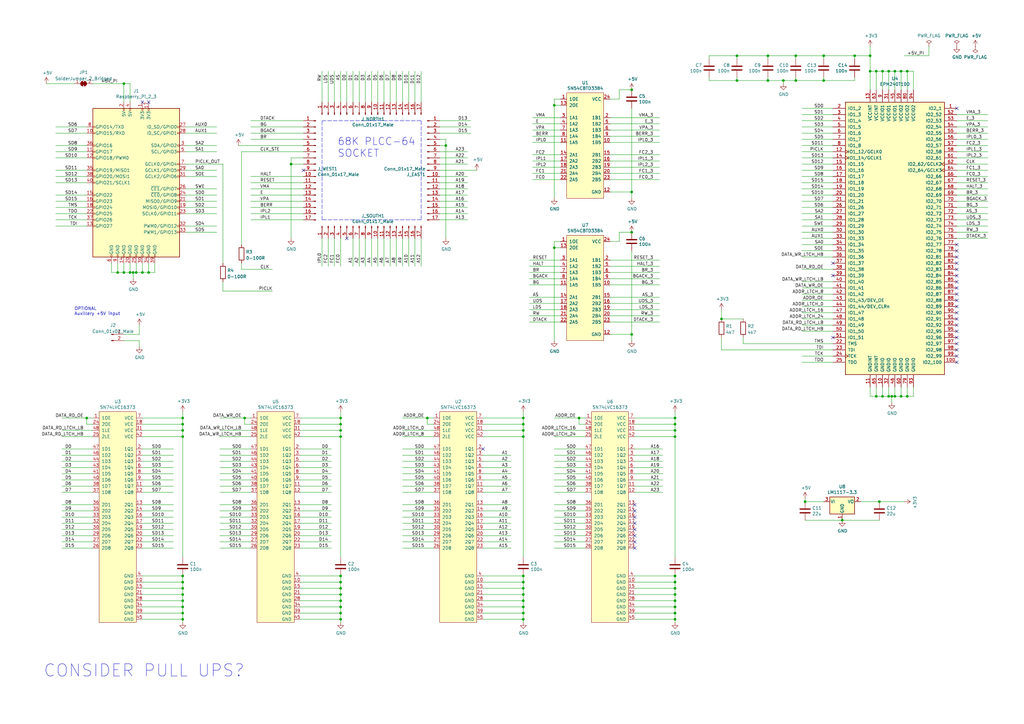
<source format=kicad_sch>
(kicad_sch (version 20211123) (generator eeschema)
  (paper "A3")
  (title_block (date "2023-08-09"))
  (junction (at 74.93 246.38))
  (junction (at 74.93 241.3))
  (junction (at 369.57 29.21))
  (junction (at 302.26 33.02))
  (junction (at 50.8 34.29))
  (junction (at 214.63 248.92))
  (junction (at 175.26 171.45))
  (junction (at 330.2 205.74))
  (junction (at 139.7 173.99))
  (junction (at 74.93 173.99))
  (junction (at 74.93 238.76))
  (junction (at 276.86 251.46))
  (junction (at 276.86 173.99))
  (junction (at 60.96 111.76))
  (junction (at 54.61 111.76))
  (junction (at 369.57 162.56))
  (junction (at 276.86 243.84))
  (junction (at 276.86 171.45))
  (junction (at 364.49 29.21))
  (junction (at 276.86 241.3))
  (junction (at 74.93 236.22))
  (junction (at 74.93 176.53))
  (junction (at 276.86 176.53))
  (junction (at 259.08 137.16))
  (junction (at 356.87 22.86))
  (junction (at 321.31 33.02))
  (junction (at 359.41 29.21))
  (junction (at 214.63 179.07))
  (junction (at 276.86 254))
  (junction (at 139.7 243.84))
  (junction (at 259.08 36.83))
  (junction (at 53.34 111.76))
  (junction (at 314.96 33.02))
  (junction (at 48.26 111.76))
  (junction (at 276.86 179.07))
  (junction (at 337.82 33.02))
  (junction (at 139.7 238.76))
  (junction (at 367.03 29.21))
  (junction (at 139.7 246.38))
  (junction (at 139.7 248.92))
  (junction (at 361.95 162.56))
  (junction (at 337.82 22.86))
  (junction (at 139.7 241.3))
  (junction (at 259.08 95.25))
  (junction (at 359.41 162.56))
  (junction (at 74.93 179.07))
  (junction (at 372.11 162.56))
  (junction (at 35.56 171.45))
  (junction (at 139.7 176.53))
  (junction (at 367.03 162.56))
  (junction (at 237.49 171.45))
  (junction (at 365.76 162.56))
  (junction (at 182.88 59.69))
  (junction (at 214.63 254))
  (junction (at 214.63 176.53))
  (junction (at 214.63 236.22))
  (junction (at 295.91 130.81))
  (junction (at 74.93 248.92))
  (junction (at 326.39 33.02))
  (junction (at 372.11 29.21))
  (junction (at 139.7 236.22))
  (junction (at 350.52 22.86))
  (junction (at 214.63 171.45))
  (junction (at 214.63 173.99))
  (junction (at 55.88 111.76))
  (junction (at 214.63 246.38))
  (junction (at 139.7 171.45))
  (junction (at 119.38 67.31))
  (junction (at 360.68 205.74))
  (junction (at 74.93 243.84))
  (junction (at 214.63 243.84))
  (junction (at 345.44 213.36))
  (junction (at 214.63 238.76))
  (junction (at 214.63 241.3))
  (junction (at 259.08 78.74))
  (junction (at 227.33 101.6))
  (junction (at 276.86 246.38))
  (junction (at 139.7 179.07))
  (junction (at 276.86 236.22))
  (junction (at 139.7 251.46))
  (junction (at 214.63 251.46))
  (junction (at 364.49 162.56))
  (junction (at 326.39 22.86))
  (junction (at 276.86 248.92))
  (junction (at 302.26 22.86))
  (junction (at 74.93 171.45))
  (junction (at 74.93 254))
  (junction (at 356.87 29.21))
  (junction (at 58.42 111.76))
  (junction (at 50.8 111.76))
  (junction (at 100.33 171.45))
  (junction (at 74.93 251.46))
  (junction (at 139.7 254))
  (junction (at 276.86 238.76))
  (junction (at 227.33 43.18))
  (junction (at 361.95 29.21))
  (junction (at 314.96 22.86))
  (no_connect (at 392.43 110.49))
  (no_connect (at 392.43 130.81))
  (no_connect (at 260.35 222.25))
  (no_connect (at 260.35 207.01))
  (no_connect (at 341.63 107.95))
  (no_connect (at 392.43 107.95))
  (no_connect (at 260.35 217.17))
  (no_connect (at 392.43 115.57))
  (no_connect (at 392.43 105.41))
  (no_connect (at 341.63 113.03))
  (no_connect (at 392.43 133.35))
  (no_connect (at 392.43 125.73))
  (no_connect (at 392.43 113.03))
  (no_connect (at 392.43 146.05))
  (no_connect (at 260.35 214.63))
  (no_connect (at 392.43 128.27))
  (no_connect (at 392.43 102.87))
  (no_connect (at 60.96 41.91))
  (no_connect (at 392.43 143.51))
  (no_connect (at 392.43 135.89))
  (no_connect (at 260.35 219.71))
  (no_connect (at 198.12 184.15))
  (no_connect (at 392.43 118.11))
  (no_connect (at 392.43 148.59))
  (no_connect (at 392.43 100.33))
  (no_connect (at 392.43 120.65))
  (no_connect (at 392.43 123.19))
  (no_connect (at 341.63 138.43))
  (no_connect (at 392.43 44.45))
  (no_connect (at 392.43 140.97))
  (no_connect (at 392.43 138.43))
  (no_connect (at 124.46 69.85))
  (no_connect (at 142.24 97.79))
  (no_connect (at 58.42 41.91))
  (no_connect (at 260.35 224.79))
  (no_connect (at 260.35 209.55))
  (no_connect (at 260.35 212.09))
  (wire (pts (xy 123.19 238.76) (xy 139.7 238.76)))
  (wire (pts (xy 139.7 238.76) (xy 139.7 241.3)))
  (wire (pts (xy 137.16 97.79) (xy 137.16 109.22)))
  (wire (pts (xy 177.8 186.69) (xy 165.1 186.69)))
  (wire (pts (xy 328.93 110.49) (xy 341.63 110.49)))
  (wire (pts (xy 218.44 58.42) (xy 229.87 58.42)))
  (wire (pts (xy 227.33 201.93) (xy 240.03 201.93)))
  (wire (pts (xy 198.12 238.76) (xy 214.63 238.76)))
  (wire (pts (xy 328.93 64.77) (xy 341.63 64.77)))
  (wire (pts (xy 100.33 173.99) (xy 102.87 173.99)))
  (wire (pts (xy 341.63 46.99) (xy 328.93 46.99)))
  (wire (pts (xy 214.63 236.22) (xy 214.63 238.76)))
  (wire (pts (xy 165.1 212.09) (xy 177.8 212.09)))
  (wire (pts (xy 214.63 228.6) (xy 214.63 179.07)))
  (wire (pts (xy 341.63 123.19) (xy 328.93 123.19)))
  (wire (pts (xy 237.49 173.99) (xy 240.03 173.99)))
  (wire (pts (xy 124.46 82.55) (xy 102.87 82.55)))
  (wire (pts (xy 250.19 127) (xy 270.51 127)))
  (wire (pts (xy 119.38 67.31) (xy 119.38 97.79)))
  (wire (pts (xy 254 95.25) (xy 259.08 95.25)))
  (wire (pts (xy 229.87 40.64) (xy 227.33 40.64)))
  (wire (pts (xy 124.46 87.63) (xy 102.87 87.63)))
  (wire (pts (xy 71.12 201.93) (xy 58.42 201.93)))
  (wire (pts (xy 25.4 199.39) (xy 38.1 199.39)))
  (wire (pts (xy 198.12 236.22) (xy 214.63 236.22)))
  (wire (pts (xy 191.77 82.55) (xy 180.34 82.55)))
  (wire (pts (xy 74.93 241.3) (xy 74.93 243.84)))
  (wire (pts (xy 229.87 101.6) (xy 227.33 101.6)))
  (wire (pts (xy 229.87 116.84) (xy 217.17 116.84)))
  (wire (pts (xy 405.13 97.79) (xy 392.43 97.79)))
  (wire (pts (xy 229.87 55.88) (xy 218.44 55.88)))
  (wire (pts (xy 276.86 236.22) (xy 276.86 238.76)))
  (wire (pts (xy 240.03 194.31) (xy 227.33 194.31)))
  (wire (pts (xy 58.42 246.38) (xy 74.93 246.38)))
  (wire (pts (xy 392.43 85.09) (xy 405.13 85.09)))
  (wire (pts (xy 74.93 246.38) (xy 74.93 248.92)))
  (wire (pts (xy 53.34 34.29) (xy 50.8 34.29)))
  (wire (pts (xy 314.96 22.86) (xy 314.96 24.13)))
  (wire (pts (xy 102.87 196.85) (xy 90.17 196.85)))
  (wire (pts (xy 198.12 246.38) (xy 214.63 246.38)))
  (wire (pts (xy 328.93 74.93) (xy 341.63 74.93)))
  (wire (pts (xy 276.86 238.76) (xy 276.86 241.3)))
  (wire (pts (xy 405.13 57.15) (xy 392.43 57.15)))
  (wire (pts (xy 60.96 107.95) (xy 60.96 111.76)))
  (wire (pts (xy 227.33 207.01) (xy 240.03 207.01)))
  (wire (pts (xy 214.63 241.3) (xy 214.63 243.84)))
  (wire (pts (xy 139.7 171.45) (xy 139.7 173.99)))
  (wire (pts (xy 328.93 77.47) (xy 341.63 77.47)))
  (wire (pts (xy 260.35 238.76) (xy 276.86 238.76)))
  (polyline (pts (xy 172.72 90.17) (xy 132.08 90.17)))
  (wire (pts (xy 302.26 33.02) (xy 290.83 33.02)))
  (wire (pts (xy 53.34 107.95) (xy 53.34 111.76)))
  (wire (pts (xy 374.65 162.56) (xy 374.65 158.75)))
  (wire (pts (xy 229.87 53.34) (xy 218.44 53.34)))
  (wire (pts (xy 361.95 158.75) (xy 361.95 162.56)))
  (wire (pts (xy 124.46 72.39) (xy 102.87 72.39)))
  (wire (pts (xy 227.33 222.25) (xy 240.03 222.25)))
  (wire (pts (xy 135.89 184.15) (xy 123.19 184.15)))
  (wire (pts (xy 90.17 222.25) (xy 102.87 222.25)))
  (wire (pts (xy 341.63 44.45) (xy 328.93 44.45)))
  (wire (pts (xy 144.78 29.21) (xy 144.78 41.91)))
  (wire (pts (xy 123.19 251.46) (xy 139.7 251.46)))
  (wire (pts (xy 74.93 173.99) (xy 74.93 176.53)))
  (wire (pts (xy 326.39 22.86) (xy 314.96 22.86)))
  (wire (pts (xy 135.89 191.77) (xy 123.19 191.77)))
  (wire (pts (xy 58.42 179.07) (xy 74.93 179.07)))
  (wire (pts (xy 135.89 219.71) (xy 123.19 219.71)))
  (wire (pts (xy 250.19 73.66) (xy 270.51 73.66)))
  (wire (pts (xy 341.63 52.07) (xy 328.93 52.07)))
  (wire (pts (xy 134.62 29.21) (xy 134.62 41.91)))
  (wire (pts (xy 99.06 110.49) (xy 111.76 110.49)))
  (wire (pts (xy 25.4 209.55) (xy 38.1 209.55)))
  (wire (pts (xy 124.46 90.17) (xy 102.87 90.17)))
  (wire (pts (xy 341.63 102.87) (xy 328.93 102.87)))
  (wire (pts (xy 74.93 171.45) (xy 74.93 173.99)))
  (wire (pts (xy 337.82 22.86) (xy 326.39 22.86)))
  (wire (pts (xy 198.12 248.92) (xy 214.63 248.92)))
  (wire (pts (xy 123.19 248.92) (xy 139.7 248.92)))
  (wire (pts (xy 240.03 179.07) (xy 227.33 179.07)))
  (wire (pts (xy 250.19 78.74) (xy 259.08 78.74)))
  (wire (pts (xy 214.63 248.92) (xy 214.63 251.46)))
  (wire (pts (xy 48.26 107.95) (xy 48.26 111.76)))
  (wire (pts (xy 124.46 54.61) (xy 102.87 54.61)))
  (wire (pts (xy 302.26 31.75) (xy 302.26 33.02)))
  (wire (pts (xy 139.7 173.99) (xy 139.7 176.53)))
  (wire (pts (xy 250.19 106.68) (xy 270.51 106.68)))
  (wire (pts (xy 341.63 128.27) (xy 328.93 128.27)))
  (wire (pts (xy 22.86 90.17) (xy 35.56 90.17)))
  (wire (pts (xy 250.19 40.64) (xy 254 40.64)))
  (wire (pts (xy 392.43 67.31) (xy 405.13 67.31)))
  (wire (pts (xy 214.63 168.91) (xy 214.63 171.45)))
  (wire (pts (xy 132.08 97.79) (xy 132.08 109.22)))
  (wire (pts (xy 167.64 109.22) (xy 167.64 97.79)))
  (wire (pts (xy 374.65 36.83) (xy 374.65 29.21)))
  (wire (pts (xy 58.42 194.31) (xy 71.12 194.31)))
  (wire (pts (xy 71.12 222.25) (xy 58.42 222.25)))
  (wire (pts (xy 364.49 36.83) (xy 364.49 29.21)))
  (wire (pts (xy 35.56 173.99) (xy 38.1 173.99)))
  (wire (pts (xy 214.63 176.53) (xy 198.12 176.53)))
  (wire (pts (xy 177.8 191.77) (xy 165.1 191.77)))
  (wire (pts (xy 160.02 29.21) (xy 160.02 41.91)))
  (wire (pts (xy 364.49 29.21) (xy 361.95 29.21)))
  (wire (pts (xy 22.86 72.39) (xy 35.56 72.39)))
  (wire (pts (xy 139.7 176.53) (xy 139.7 179.07)))
  (wire (pts (xy 250.19 53.34) (xy 270.51 53.34)))
  (wire (pts (xy 74.93 254) (xy 74.93 255.27)))
  (wire (pts (xy 162.56 109.22) (xy 162.56 97.79)))
  (wire (pts (xy 90.17 207.01) (xy 102.87 207.01)))
  (wire (pts (xy 250.19 58.42) (xy 270.51 58.42)))
  (wire (pts (xy 147.32 29.21) (xy 147.32 41.91)))
  (wire (pts (xy 74.93 176.53) (xy 74.93 179.07)))
  (wire (pts (xy 392.43 64.77) (xy 405.13 64.77)))
  (polyline (pts (xy 132.08 90.17) (xy 132.08 49.53)))
  (wire (pts (xy 124.46 64.77) (xy 119.38 64.77)))
  (wire (pts (xy 359.41 162.56) (xy 361.95 162.56)))
  (wire (pts (xy 302.26 24.13) (xy 302.26 22.86)))
  (wire (pts (xy 157.48 29.21) (xy 157.48 41.91)))
  (wire (pts (xy 276.86 246.38) (xy 276.86 248.92)))
  (wire (pts (xy 177.8 176.53) (xy 165.1 176.53)))
  (wire (pts (xy 290.83 22.86) (xy 290.83 24.13)))
  (wire (pts (xy 57.15 133.35) (xy 57.15 137.16)))
  (wire (pts (xy 321.31 33.02) (xy 321.31 34.29)))
  (wire (pts (xy 119.38 64.77) (xy 119.38 67.31)))
  (wire (pts (xy 154.94 29.21) (xy 154.94 41.91)))
  (wire (pts (xy 209.55 222.25) (xy 198.12 222.25)))
  (wire (pts (xy 209.55 209.55) (xy 198.12 209.55)))
  (wire (pts (xy 124.46 49.53) (xy 102.87 49.53)))
  (wire (pts (xy 19.05 34.29) (xy 30.48 34.29)))
  (wire (pts (xy 180.34 69.85) (xy 195.58 69.85)))
  (wire (pts (xy 227.33 99.06) (xy 227.33 101.6)))
  (wire (pts (xy 392.43 72.39) (xy 405.13 72.39)))
  (wire (pts (xy 25.4 171.45) (xy 35.56 171.45)))
  (wire (pts (xy 170.18 29.21) (xy 170.18 41.91)))
  (wire (pts (xy 276.86 241.3) (xy 276.86 243.84)))
  (wire (pts (xy 259.08 102.87) (xy 259.08 137.16)))
  (wire (pts (xy 209.55 194.31) (xy 198.12 194.31)))
  (wire (pts (xy 135.89 222.25) (xy 123.19 222.25)))
  (wire (pts (xy 142.24 29.21) (xy 142.24 41.91)))
  (wire (pts (xy 76.2 77.47) (xy 88.9 77.47)))
  (wire (pts (xy 97.79 59.69) (xy 124.46 59.69)))
  (wire (pts (xy 135.89 207.01) (xy 123.19 207.01)))
  (wire (pts (xy 139.7 176.53) (xy 123.19 176.53)))
  (wire (pts (xy 74.93 236.22) (xy 74.93 238.76)))
  (wire (pts (xy 290.83 33.02) (xy 290.83 31.75)))
  (wire (pts (xy 175.26 173.99) (xy 177.8 173.99)))
  (wire (pts (xy 295.91 130.81) (xy 304.8 130.81)))
  (wire (pts (xy 152.4 109.22) (xy 152.4 97.79)))
  (wire (pts (xy 76.2 67.31) (xy 91.44 67.31)))
  (wire (pts (xy 71.12 219.71) (xy 58.42 219.71)))
  (wire (pts (xy 160.02 109.22) (xy 160.02 97.79)))
  (wire (pts (xy 71.12 217.17) (xy 58.42 217.17)))
  (wire (pts (xy 341.63 54.61) (xy 328.93 54.61)))
  (wire (pts (xy 337.82 22.86) (xy 337.82 24.13)))
  (wire (pts (xy 372.11 29.21) (xy 369.57 29.21)))
  (wire (pts (xy 276.86 228.6) (xy 276.86 179.07)))
  (wire (pts (xy 229.87 43.18) (xy 227.33 43.18)))
  (wire (pts (xy 271.78 186.69) (xy 260.35 186.69)))
  (wire (pts (xy 157.48 109.22) (xy 157.48 97.79)))
  (wire (pts (xy 364.49 162.56) (xy 365.76 162.56)))
  (wire (pts (xy 76.2 95.25) (xy 88.9 95.25)))
  (wire (pts (xy 76.2 80.01) (xy 88.9 80.01)))
  (wire (pts (xy 76.2 69.85) (xy 88.9 69.85)))
  (wire (pts (xy 374.65 29.21) (xy 372.11 29.21)))
  (wire (pts (xy 260.35 173.99) (xy 276.86 173.99)))
  (wire (pts (xy 260.35 243.84) (xy 276.86 243.84)))
  (wire (pts (xy 25.4 191.77) (xy 38.1 191.77)))
  (wire (pts (xy 58.42 186.69) (xy 71.12 186.69)))
  (wire (pts (xy 250.19 71.12) (xy 270.51 71.12)))
  (wire (pts (xy 240.03 186.69) (xy 227.33 186.69)))
  (wire (pts (xy 330.2 205.74) (xy 337.82 205.74)))
  (wire (pts (xy 369.57 162.56) (xy 372.11 162.56)))
  (wire (pts (xy 227.33 209.55) (xy 240.03 209.55)))
  (wire (pts (xy 123.19 246.38) (xy 139.7 246.38)))
  (wire (pts (xy 25.4 186.69) (xy 38.1 186.69)))
  (wire (pts (xy 90.17 214.63) (xy 102.87 214.63)))
  (wire (pts (xy 350.52 22.86) (xy 350.52 24.13)))
  (wire (pts (xy 198.12 173.99) (xy 214.63 173.99)))
  (wire (pts (xy 330.2 213.36) (xy 345.44 213.36)))
  (wire (pts (xy 276.86 251.46) (xy 276.86 254)))
  (wire (pts (xy 361.95 162.56) (xy 364.49 162.56)))
  (wire (pts (xy 229.87 73.66) (xy 218.44 73.66)))
  (wire (pts (xy 102.87 176.53) (xy 90.17 176.53)))
  (wire (pts (xy 240.03 189.23) (xy 227.33 189.23)))
  (wire (pts (xy 217.17 124.46) (xy 229.87 124.46)))
  (wire (pts (xy 326.39 33.02) (xy 321.31 33.02)))
  (wire (pts (xy 22.86 64.77) (xy 35.56 64.77)))
  (wire (pts (xy 353.06 205.74) (xy 360.68 205.74)))
  (wire (pts (xy 250.19 48.26) (xy 270.51 48.26)))
  (wire (pts (xy 405.13 87.63) (xy 392.43 87.63)))
  (wire (pts (xy 367.03 158.75) (xy 367.03 162.56)))
  (wire (pts (xy 193.04 49.53) (xy 180.34 49.53)))
  (polyline (pts (xy 172.72 49.53) (xy 172.72 90.17)))
  (wire (pts (xy 55.88 111.76) (xy 58.42 111.76)))
  (wire (pts (xy 154.94 109.22) (xy 154.94 97.79)))
  (wire (pts (xy 139.7 243.84) (xy 139.7 246.38)))
  (wire (pts (xy 25.4 217.17) (xy 38.1 217.17)))
  (wire (pts (xy 392.43 59.69) (xy 405.13 59.69)))
  (wire (pts (xy 240.03 171.45) (xy 237.49 171.45)))
  (wire (pts (xy 341.63 100.33) (xy 328.93 100.33)))
  (wire (pts (xy 90.17 201.93) (xy 102.87 201.93)))
  (wire (pts (xy 191.77 74.93) (xy 180.34 74.93)))
  (wire (pts (xy 271.78 194.31) (xy 260.35 194.31)))
  (wire (pts (xy 356.87 162.56) (xy 359.41 162.56)))
  (wire (pts (xy 135.89 212.09) (xy 123.19 212.09)))
  (wire (pts (xy 102.87 186.69) (xy 90.17 186.69)))
  (wire (pts (xy 198.12 179.07) (xy 214.63 179.07)))
  (wire (pts (xy 177.8 196.85) (xy 165.1 196.85)))
  (wire (pts (xy 372.11 36.83) (xy 372.11 29.21)))
  (wire (pts (xy 132.08 29.21) (xy 132.08 41.91)))
  (wire (pts (xy 191.77 64.77) (xy 180.34 64.77)))
  (wire (pts (xy 144.78 109.22) (xy 144.78 97.79)))
  (wire (pts (xy 124.46 77.47) (xy 102.87 77.47)))
  (wire (pts (xy 191.77 90.17) (xy 180.34 90.17)))
  (wire (pts (xy 135.89 217.17) (xy 123.19 217.17)))
  (wire (pts (xy 25.4 194.31) (xy 38.1 194.31)))
  (wire (pts (xy 250.19 68.58) (xy 270.51 68.58)))
  (wire (pts (xy 405.13 95.25) (xy 392.43 95.25)))
  (wire (pts (xy 227.33 214.63) (xy 240.03 214.63)))
  (wire (pts (xy 123.19 236.22) (xy 139.7 236.22)))
  (wire (pts (xy 135.89 196.85) (xy 123.19 196.85)))
  (wire (pts (xy 22.86 87.63) (xy 35.56 87.63)))
  (wire (pts (xy 58.42 254) (xy 74.93 254)))
  (wire (pts (xy 250.19 137.16) (xy 259.08 137.16)))
  (wire (pts (xy 25.4 201.93) (xy 38.1 201.93)))
  (wire (pts (xy 209.55 189.23) (xy 198.12 189.23)))
  (wire (pts (xy 367.03 162.56) (xy 369.57 162.56)))
  (wire (pts (xy 341.63 92.71) (xy 328.93 92.71)))
  (wire (pts (xy 227.33 219.71) (xy 240.03 219.71)))
  (wire (pts (xy 214.63 251.46) (xy 214.63 254)))
  (wire (pts (xy 276.86 173.99) (xy 276.86 176.53)))
  (wire (pts (xy 271.78 199.39) (xy 260.35 199.39)))
  (wire (pts (xy 314.96 33.02) (xy 302.26 33.02)))
  (wire (pts (xy 152.4 29.21) (xy 152.4 41.91)))
  (wire (pts (xy 227.33 43.18) (xy 227.33 81.28)))
  (wire (pts (xy 369.57 29.21) (xy 367.03 29.21)))
  (wire (pts (xy 229.87 50.8) (xy 218.44 50.8)))
  (wire (pts (xy 356.87 158.75) (xy 356.87 162.56)))
  (wire (pts (xy 250.19 66.04) (xy 270.51 66.04)))
  (wire (pts (xy 229.87 109.22) (xy 217.17 109.22)))
  (wire (pts (xy 214.63 243.84) (xy 214.63 246.38)))
  (wire (pts (xy 250.19 99.06) (xy 254 99.06)))
  (wire (pts (xy 209.55 191.77) (xy 198.12 191.77)))
  (wire (pts (xy 364.49 158.75) (xy 364.49 162.56)))
  (wire (pts (xy 177.8 194.31) (xy 165.1 194.31)))
  (wire (pts (xy 135.89 209.55) (xy 123.19 209.55)))
  (wire (pts (xy 405.13 90.17) (xy 392.43 90.17)))
  (wire (pts (xy 177.8 179.07) (xy 165.1 179.07)))
  (wire (pts (xy 326.39 33.02) (xy 337.82 33.02)))
  (wire (pts (xy 260.35 254) (xy 276.86 254)))
  (wire (pts (xy 172.72 109.22) (xy 172.72 97.79)))
  (wire (pts (xy 71.12 224.79) (xy 58.42 224.79)))
  (wire (pts (xy 356.87 22.86) (xy 356.87 29.21)))
  (wire (pts (xy 165.1 171.45) (xy 175.26 171.45)))
  (wire (pts (xy 227.33 212.09) (xy 240.03 212.09)))
  (wire (pts (xy 99.06 62.23) (xy 124.46 62.23)))
  (wire (pts (xy 328.93 67.31) (xy 341.63 67.31)))
  (wire (pts (xy 250.19 50.8) (xy 270.51 50.8)))
  (wire (pts (xy 341.63 120.65) (xy 328.93 120.65)))
  (wire (pts (xy 214.63 173.99) (xy 214.63 176.53)))
  (wire (pts (xy 139.7 168.91) (xy 139.7 171.45)))
  (wire (pts (xy 214.63 171.45) (xy 214.63 173.99)))
  (wire (pts (xy 359.41 36.83) (xy 359.41 29.21)))
  (wire (pts (xy 328.93 105.41) (xy 341.63 105.41)))
  (wire (pts (xy 76.2 62.23) (xy 88.9 62.23)))
  (wire (pts (xy 341.63 95.25) (xy 328.93 95.25)))
  (wire (pts (xy 209.55 199.39) (xy 198.12 199.39)))
  (wire (pts (xy 191.77 80.01) (xy 180.34 80.01)))
  (wire (pts (xy 139.7 228.6) (xy 139.7 179.07)))
  (wire (pts (xy 74.93 168.91) (xy 74.93 171.45)))
  (wire (pts (xy 167.64 29.21) (xy 167.64 41.91)))
  (wire (pts (xy 392.43 74.93) (xy 405.13 74.93)))
  (wire (pts (xy 260.35 179.07) (xy 276.86 179.07)))
  (wire (pts (xy 74.93 238.76) (xy 74.93 241.3)))
  (wire (pts (xy 124.46 80.01) (xy 102.87 80.01)))
  (wire (pts (xy 76.2 87.63) (xy 88.9 87.63)))
  (wire (pts (xy 214.63 238.76) (xy 214.63 241.3)))
  (wire (pts (xy 135.89 214.63) (xy 123.19 214.63)))
  (wire (pts (xy 58.42 111.76) (xy 60.96 111.76)))
  (wire (pts (xy 74.93 228.6) (xy 74.93 179.07)))
  (wire (pts (xy 58.42 238.76) (xy 74.93 238.76)))
  (wire (pts (xy 209.55 224.79) (xy 198.12 224.79)))
  (wire (pts (xy 123.19 243.84) (xy 139.7 243.84)))
  (wire (pts (xy 57.15 139.7) (xy 57.15 142.24)))
  (wire (pts (xy 254 36.83) (xy 259.08 36.83)))
  (wire (pts (xy 227.33 40.64) (xy 227.33 43.18)))
  (wire (pts (xy 25.4 224.79) (xy 38.1 224.79)))
  (wire (pts (xy 276.86 171.45) (xy 276.86 173.99)))
  (wire (pts (xy 209.55 186.69) (xy 198.12 186.69)))
  (wire (pts (xy 124.46 57.15) (xy 102.87 57.15)))
  (wire (pts (xy 229.87 68.58) (xy 218.44 68.58)))
  (wire (pts (xy 55.88 107.95) (xy 55.88 111.76)))
  (wire (pts (xy 124.46 74.93) (xy 102.87 74.93)))
  (wire (pts (xy 341.63 135.89) (xy 328.93 135.89)))
  (wire (pts (xy 392.43 80.01) (xy 405.13 80.01)))
  (wire (pts (xy 58.42 173.99) (xy 74.93 173.99)))
  (wire (pts (xy 76.2 92.71) (xy 88.9 92.71)))
  (wire (pts (xy 45.72 107.95) (xy 45.72 111.76)))
  (wire (pts (xy 135.89 199.39) (xy 123.19 199.39)))
  (wire (pts (xy 25.4 207.01) (xy 38.1 207.01)))
  (wire (pts (xy 139.7 97.79) (xy 139.7 109.22)))
  (wire (pts (xy 229.87 66.04) (xy 218.44 66.04)))
  (wire (pts (xy 295.91 138.43) (xy 295.91 143.51)))
  (wire (pts (xy 361.95 29.21) (xy 359.41 29.21)))
  (wire (pts (xy 341.63 57.15) (xy 328.93 57.15)))
  (wire (pts (xy 170.18 109.22) (xy 170.18 97.79)))
  (wire (pts (xy 229.87 111.76) (xy 217.17 111.76)))
  (wire (pts (xy 260.35 236.22) (xy 276.86 236.22)))
  (wire (pts (xy 217.17 127) (xy 229.87 127)))
  (wire (pts (xy 22.86 54.61) (xy 35.56 54.61)))
  (wire (pts (xy 76.2 85.09) (xy 88.9 85.09)))
  (wire (pts (xy 175.26 171.45) (xy 175.26 173.99)))
  (wire (pts (xy 227.33 171.45) (xy 237.49 171.45)))
  (wire (pts (xy 191.77 87.63) (xy 180.34 87.63)))
  (wire (pts (xy 76.2 54.61) (xy 88.9 54.61)))
  (wire (pts (xy 209.55 201.93) (xy 198.12 201.93)))
  (wire (pts (xy 345.44 213.36) (xy 360.68 213.36)))
  (wire (pts (xy 165.1 199.39) (xy 177.8 199.39)))
  (wire (pts (xy 328.93 72.39) (xy 341.63 72.39)))
  (wire (pts (xy 302.26 22.86) (xy 290.83 22.86)))
  (wire (pts (xy 365.76 165.1) (xy 365.76 162.56)))
  (wire (pts (xy 381 19.05) (xy 381 22.86)))
  (wire (pts (xy 48.26 111.76) (xy 50.8 111.76)))
  (wire (pts (xy 25.4 212.09) (xy 38.1 212.09)))
  (wire (pts (xy 227.33 199.39) (xy 240.03 199.39)))
  (wire (pts (xy 341.63 118.11) (xy 328.93 118.11)))
  (wire (pts (xy 356.87 22.86) (xy 350.52 22.86)))
  (wire (pts (xy 22.86 82.55) (xy 35.56 82.55)))
  (wire (pts (xy 227.33 101.6) (xy 227.33 139.7)))
  (wire (pts (xy 177.8 171.45) (xy 175.26 171.45)))
  (wire (pts (xy 405.13 92.71) (xy 392.43 92.71)))
  (wire (pts (xy 240.03 176.53) (xy 227.33 176.53)))
  (wire (pts (xy 304.8 140.97) (xy 341.63 140.97)))
  (wire (pts (xy 191.77 77.47) (xy 180.34 77.47)))
  (wire (pts (xy 341.63 90.17) (xy 328.93 90.17)))
  (wire (pts (xy 405.13 52.07) (xy 392.43 52.07)))
  (wire (pts (xy 304.8 138.43) (xy 304.8 140.97)))
  (wire (pts (xy 123.19 254) (xy 139.7 254)))
  (wire (pts (xy 58.42 184.15) (xy 71.12 184.15)))
  (wire (pts (xy 250.19 121.92) (xy 270.51 121.92)))
  (wire (pts (xy 330.2 205.74) (xy 330.2 204.47)))
  (wire (pts (xy 356.87 19.05) (xy 356.87 22.86)))
  (wire (pts (xy 25.4 189.23) (xy 38.1 189.23)))
  (wire (pts (xy 191.77 67.31) (xy 180.34 67.31)))
  (wire (pts (xy 198.12 241.3) (xy 214.63 241.3)))
  (wire (pts (xy 350.52 22.86) (xy 337.82 22.86)))
  (wire (pts (xy 172.72 29.21) (xy 172.72 41.91)))
  (wire (pts (xy 276.86 254) (xy 276.86 255.27)))
  (wire (pts (xy 295.91 127) (xy 295.91 130.81)))
  (wire (pts (xy 276.86 176.53) (xy 260.35 176.53)))
  (wire (pts (xy 369.57 36.83) (xy 369.57 29.21)))
  (wire (pts (xy 372.11 158.75) (xy 372.11 162.56)))
  (wire (pts (xy 359.41 29.21) (xy 356.87 29.21)))
  (wire (pts (xy 135.89 186.69) (xy 123.19 186.69)))
  (wire (pts (xy 229.87 71.12) (xy 218.44 71.12)))
  (wire (pts (xy 102.87 189.23) (xy 90.17 189.23)))
  (wire (pts (xy 214.63 176.53) (xy 214.63 179.07)))
  (wire (pts (xy 137.16 29.21) (xy 137.16 41.91)))
  (wire (pts (xy 229.87 106.68) (xy 217.17 106.68)))
  (wire (pts (xy 360.68 205.74) (xy 370.84 205.74)))
  (wire (pts (xy 260.35 171.45) (xy 276.86 171.45)))
  (wire (pts (xy 60.96 111.76) (xy 63.5 111.76)))
  (wire (pts (xy 123.19 179.07) (xy 139.7 179.07)))
  (wire (pts (xy 341.63 97.79) (xy 328.93 97.79)))
  (wire (pts (xy 38.1 179.07) (xy 25.4 179.07)))
  (wire (pts (xy 102.87 194.31) (xy 90.17 194.31)))
  (wire (pts (xy 135.89 194.31) (xy 123.19 194.31)))
  (wire (pts (xy 90.17 212.09) (xy 102.87 212.09)))
  (wire (pts (xy 209.55 212.09) (xy 198.12 212.09)))
  (wire (pts (xy 58.42 171.45) (xy 74.93 171.45)))
  (wire (pts (xy 58.42 196.85) (xy 71.12 196.85)))
  (wire (pts (xy 53.34 111.76) (xy 54.61 111.76)))
  (wire (pts (xy 240.03 191.77) (xy 227.33 191.77)))
  (wire (pts (xy 22.86 74.93) (xy 35.56 74.93)))
  (wire (pts (xy 193.04 54.61) (xy 180.34 54.61)))
  (wire (pts (xy 356.87 36.83) (xy 356.87 29.21)))
  (wire (pts (xy 341.63 49.53) (xy 328.93 49.53)))
  (wire (pts (xy 369.57 158.75) (xy 369.57 162.56)))
  (wire (pts (xy 90.17 171.45) (xy 100.33 171.45)))
  (wire (pts (xy 22.86 69.85) (xy 35.56 69.85)))
  (wire (pts (xy 341.63 87.63) (xy 328.93 87.63)))
  (wire (pts (xy 359.41 158.75) (xy 359.41 162.56)))
  (wire (pts (xy 25.4 214.63) (xy 38.1 214.63)))
  (wire (pts (xy 91.44 115.57) (xy 91.44 119.38)))
  (wire (pts (xy 193.04 52.07) (xy 180.34 52.07)))
  (wire (pts (xy 198.12 171.45) (xy 214.63 171.45)))
  (wire (pts (xy 58.42 248.92) (xy 74.93 248.92)))
  (wire (pts (xy 50.8 111.76) (xy 53.34 111.76)))
  (wire (pts (xy 326.39 22.86) (xy 326.39 24.13)))
  (wire (pts (xy 76.2 72.39) (xy 88.9 72.39)))
  (wire (pts (xy 250.19 132.08) (xy 270.51 132.08)))
  (wire (pts (xy 74.93 176.53) (xy 58.42 176.53)))
  (wire (pts (xy 58.42 107.95) (xy 58.42 111.76)))
  (wire (pts (xy 271.78 196.85) (xy 260.35 196.85)))
  (wire (pts (xy 392.43 77.47) (xy 405.13 77.47)))
  (wire (pts (xy 102.87 184.15) (xy 90.17 184.15)))
  (wire (pts (xy 227.33 224.79) (xy 240.03 224.79)))
  (wire (pts (xy 328.93 69.85) (xy 341.63 69.85)))
  (wire (pts (xy 328.93 148.59) (xy 341.63 148.59)))
  (wire (pts (xy 22.86 80.01) (xy 35.56 80.01)))
  (wire (pts (xy 372.11 162.56) (xy 374.65 162.56)))
  (wire (pts (xy 90.17 224.79) (xy 102.87 224.79)))
  (wire (pts (xy 91.44 67.31) (xy 91.44 107.95)))
  (wire (pts (xy 54.61 114.3) (xy 54.61 111.76)))
  (wire (pts (xy 91.44 119.38) (xy 111.76 119.38)))
  (wire (pts (xy 25.4 196.85) (xy 38.1 196.85)))
  (wire (pts (xy 271.78 184.15) (xy 260.35 184.15)))
  (wire (pts (xy 71.12 209.55) (xy 58.42 209.55)))
  (wire (pts (xy 139.7 254) (xy 139.7 255.27)))
  (wire (pts (xy 328.93 80.01) (xy 341.63 80.01)))
  (wire (pts (xy 337.82 31.75) (xy 337.82 33.02)))
  (wire (pts (xy 165.1 201.93) (xy 177.8 201.93)))
  (wire (pts (xy 229.87 48.26) (xy 218.44 48.26)))
  (wire (pts (xy 102.87 179.07) (xy 90.17 179.07)))
  (wire (pts (xy 74.93 248.92) (xy 74.93 251.46)))
  (wire (pts (xy 139.7 248.92) (xy 139.7 251.46)))
  (wire (pts (xy 22.86 92.71) (xy 35.56 92.71)))
  (wire (pts (xy 165.1 217.17) (xy 177.8 217.17)))
  (polyline (pts (xy 132.08 49.53) (xy 172.72 49.53)))
  (wire (pts (xy 217.17 121.92) (xy 229.87 121.92)))
  (wire (pts (xy 295.91 143.51) (xy 341.63 143.51)))
  (wire (pts (xy 405.13 49.53) (xy 392.43 49.53)))
  (wire (pts (xy 209.55 219.71) (xy 198.12 219.71)))
  (wire (pts (xy 123.19 173.99) (xy 139.7 173.99)))
  (wire (pts (xy 260.35 241.3) (xy 276.86 241.3)))
  (wire (pts (xy 102.87 191.77) (xy 90.17 191.77)))
  (wire (pts (xy 367.03 29.21) (xy 364.49 29.21)))
  (wire (pts (xy 76.2 52.07) (xy 88.9 52.07)))
  (wire (pts (xy 254 99.06) (xy 254 95.25)))
  (wire (pts (xy 350.52 33.02) (xy 337.82 33.02)))
  (wire (pts (xy 90.17 209.55) (xy 102.87 209.55)))
  (wire (pts (xy 250.19 129.54) (xy 270.51 129.54)))
  (wire (pts (xy 250.19 109.22) (xy 270.51 109.22)))
  (wire (pts (xy 71.12 214.63) (xy 58.42 214.63)))
  (wire (pts (xy 392.43 69.85) (xy 405.13 69.85)))
  (wire (pts (xy 124.46 85.09) (xy 102.87 85.09)))
  (wire (pts (xy 341.63 62.23) (xy 328.93 62.23)))
  (wire (pts (xy 214.63 246.38) (xy 214.63 248.92)))
  (wire (pts (xy 58.42 241.3) (xy 74.93 241.3)))
  (wire (pts (xy 135.89 224.79) (xy 123.19 224.79)))
  (wire (pts (xy 229.87 114.3) (xy 217.17 114.3)))
  (wire (pts (xy 58.42 191.77) (xy 71.12 191.77)))
  (wire (pts (xy 217.17 129.54) (xy 229.87 129.54)))
  (wire (pts (xy 180.34 57.15) (xy 182.88 57.15)))
  (wire (pts (xy 124.46 67.31) (xy 119.38 67.31)))
  (wire (pts (xy 328.93 146.05) (xy 341.63 146.05)))
  (wire (pts (xy 276.86 243.84) (xy 276.86 246.38)))
  (wire (pts (xy 271.78 201.93) (xy 260.35 201.93)))
  (wire (pts (xy 58.42 243.84) (xy 74.93 243.84)))
  (wire (pts (xy 38.1 176.53) (xy 25.4 176.53)))
  (wire (pts (xy 63.5 111.76) (xy 63.5 107.95)))
  (wire (pts (xy 259.08 78.74) (xy 259.08 81.28)))
  (wire (pts (xy 25.4 184.15) (xy 38.1 184.15)))
  (wire (pts (xy 139.7 236.22) (xy 139.7 238.76)))
  (wire (pts (xy 165.1 109.22) (xy 165.1 97.79)))
  (wire (pts (xy 198.12 254) (xy 214.63 254)))
  (wire (pts (xy 165.1 222.25) (xy 177.8 222.25)))
  (wire (pts (xy 271.78 191.77) (xy 260.35 191.77)))
  (wire (pts (xy 102.87 171.45) (xy 100.33 171.45)))
  (wire (pts (xy 227.33 217.17) (xy 240.03 217.17)))
  (wire (pts (xy 341.63 133.35) (xy 328.93 133.35)))
  (wire (pts (xy 123.19 171.45) (xy 139.7 171.45)))
  (wire (pts (xy 180.34 59.69) (xy 182.88 59.69)))
  (wire (pts (xy 405.13 54.61) (xy 392.43 54.61)))
  (wire (pts (xy 71.12 207.01) (xy 58.42 207.01)))
  (wire (pts (xy 191.77 85.09) (xy 180.34 85.09)))
  (wire (pts (xy 135.89 201.93) (xy 123.19 201.93)))
  (wire (pts (xy 191.77 62.23) (xy 180.34 62.23)))
  (wire (pts (xy 214.63 254) (xy 214.63 255.27)))
  (wire (pts (xy 321.31 33.02) (xy 314.96 33.02)))
  (wire (pts (xy 99.06 107.95) (xy 99.06 110.49)))
  (wire (pts (xy 198.12 251.46) (xy 214.63 251.46)))
  (wire (pts (xy 314.96 22.86) (xy 302.26 22.86)))
  (wire (pts (xy 165.1 224.79) (xy 177.8 224.79)))
  (wire (pts (xy 50.8 139.7) (xy 57.15 139.7)))
  (wire (pts (xy 124.46 52.07) (xy 102.87 52.07)))
  (wire (pts (xy 367.03 36.83) (xy 367.03 29.21)))
  (wire (pts (xy 139.7 246.38) (xy 139.7 248.92)))
  (wire (pts (xy 250.19 116.84) (xy 270.51 116.84)))
  (wire (pts (xy 90.17 217.17) (xy 102.87 217.17)))
  (wire (pts (xy 314.96 33.02) (xy 314.96 31.75)))
  (wire (pts (xy 182.88 57.15) (xy 182.88 59.69)))
  (wire (pts (xy 165.1 219.71) (xy 177.8 219.71)))
  (wire (pts (xy 350.52 31.75) (xy 350.52 33.02)))
  (wire (pts (xy 341.63 125.73) (xy 328.93 125.73)))
  (wire (pts (xy 361.95 36.83) (xy 361.95 29.21)))
  (wire (pts (xy 209.55 214.63) (xy 198.12 214.63)))
  (wire (pts (xy 22.86 85.09) (xy 35.56 85.09)))
  (wire (pts (xy 162.56 29.21) (xy 162.56 41.91)))
  (wire (pts (xy 165.1 29.21) (xy 165.1 41.91)))
  (wire (pts (xy 71.12 212.09) (xy 58.42 212.09)))
  (wire (pts (xy 50.8 41.91) (xy 50.8 34.29)))
  (wire (pts (xy 135.89 189.23) (xy 123.19 189.23)))
  (wire (pts (xy 209.55 207.01) (xy 198.12 207.01)))
  (wire (pts (xy 250.19 63.5) (xy 270.51 63.5)))
  (wire (pts (xy 209.55 196.85) (xy 198.12 196.85)))
  (wire (pts (xy 38.1 34.29) (xy 50.8 34.29)))
  (wire (pts (xy 165.1 209.55) (xy 177.8 209.55)))
  (wire (pts (xy 341.63 130.81) (xy 328.93 130.81)))
  (wire (pts (xy 74.93 251.46) (xy 74.93 254)))
  (wire (pts (xy 71.12 199.39) (xy 58.42 199.39)))
  (wire (pts (xy 229.87 99.06) (xy 227.33 99.06)))
  (wire (pts (xy 22.86 52.07) (xy 35.56 52.07)))
  (wire (pts (xy 139.7 251.46) (xy 139.7 254)))
  (wire (pts (xy 123.19 241.3) (xy 139.7 241.3)))
  (wire (pts (xy 149.86 29.21) (xy 149.86 41.91)))
  (wire (pts (xy 45.72 111.76) (xy 48.26 111.76)))
  (wire (pts (xy 22.86 62.23) (xy 35.56 62.23)))
  (wire (pts (xy 240.03 184.15) (xy 227.33 184.15)))
  (wire (pts (xy 58.42 251.46) (xy 74.93 251.46)))
  (wire (pts (xy 250.19 114.3) (xy 270.51 114.3)))
  (wire (pts (xy 328.93 59.69) (xy 341.63 59.69)))
  (wire (pts (xy 90.17 219.71) (xy 102.87 219.71)))
  (wire (pts (xy 54.61 111.76) (xy 55.88 111.76)))
  (wire (pts (xy 58.42 189.23) (xy 71.12 189.23)))
  (wire (pts (xy 229.87 63.5) (xy 218.44 63.5)))
  (wire (pts (xy 328.93 82.55) (xy 341.63 82.55)))
  (wire (pts (xy 326.39 31.75) (xy 326.39 33.02)))
  (wire (pts (xy 191.77 72.39) (xy 180.34 72.39)))
  (wire (pts (xy 22.86 59.69) (xy 35.56 59.69)))
  (wire (pts (xy 276.86 248.92) (xy 276.86 251.46)))
  (wire (pts (xy 271.78 189.23) (xy 260.35 189.23)))
  (wire (pts (xy 392.43 82.55) (xy 405.13 82.55)))
  (wire (pts (xy 250.19 111.76) (xy 270.51 111.76)))
  (wire (pts (xy 76.2 59.69) (xy 88.9 59.69)))
  (wire (pts (xy 149.86 109.22) (xy 149.86 97.79)))
  (wire (pts (xy 90.17 199.39) (xy 102.87 199.39)))
  (wire (pts (xy 139.7 29.21) (xy 139.7 41.91)))
  (wire (pts (xy 237.49 171.45) (xy 237.49 173.99)))
  (wire (pts (xy 240.03 196.85) (xy 227.33 196.85)))
  (wire (pts (xy 198.12 243.84) (xy 214.63 243.84)))
  (wire (pts (xy 260.35 248.92) (xy 276.86 248.92)))
  (wire (pts (xy 260.35 251.46) (xy 276.86 251.46)))
  (wire (pts (xy 58.42 236.22) (xy 74.93 236.22)))
  (wire (pts (xy 276.86 168.91) (xy 276.86 171.45)))
  (wire (pts (xy 35.56 171.45) (xy 35.56 173.99)))
  (wire (pts (xy 53.34 41.91) (xy 53.34 34.29)))
  (wire (pts (xy 165.1 214.63) (xy 177.8 214.63)))
  (wire (pts (xy 381 22.86) (xy 370.84 22.86)))
  (wire (pts (xy 250.19 124.46) (xy 270.51 124.46)))
  (wire (pts (xy 76.2 82.55) (xy 88.9 82.55)))
  (wire (pts (xy 38.1 171.45) (xy 35.56 171.45)))
  (wire (pts (xy 260.35 246.38) (xy 276.86 246.38)))
  (wire (pts (xy 328.93 115.57) (xy 341.63 115.57)))
  (wire (pts (xy 134.62 97.79) (xy 134.62 109.22)))
  (wire (pts (xy 250.19 55.88) (xy 270.51 55.88)))
  (wire (pts (xy 276.86 176.53) (xy 276.86 179.07)))
  (wire (pts (xy 405.13 62.23) (xy 392.43 62.23)))
  (wire (pts (xy 259.08 44.45) (xy 259.08 78.74)))
  (wire (pts (xy 209.55 217.17) (xy 198.12 217.17)))
  (wire (pts (xy 254 40.64) (xy 254 36.83)))
  (wire (pts (xy 100.33 171.45) (xy 100.33 173.99)))
  (wire (pts (xy 229.87 132.08) (xy 217.17 132.08)))
  (wire (pts (xy 25.4 222.25) (xy 38.1 222.25)))
  (wire (pts (xy 139.7 241.3) (xy 139.7 243.84)))
  (wire (pts (xy 182.88 59.69) (xy 182.88 97.79)))
  (wire (pts (xy 50.8 137.16) (xy 57.15 137.16)))
  (wire (pts (xy 74.93 243.84) (xy 74.93 246.38)))
  (wire (pts (xy 365.76 162.56) (xy 367.03 162.56)))
  (wire (pts (xy 25.4 219.71) (xy 38.1 219.71)))
  (wire (pts (xy 165.1 207.01) (xy 177.8 207.01)))
  (wire (pts (xy 259.08 137.16) (xy 259.08 139.7)))
  (wire (pts (xy 99.06 62.23) (xy 99.06 100.33)))
  (wire (pts (xy 177.8 184.15) (xy 165.1 184.15)))
  (wire (pts (xy 405.13 46.99) (xy 392.43 46.99)))
  (wire (pts (xy 50.8 107.95) (xy 50.8 111.76)))
  (wire (pts (xy 177.8 189.23) (xy 165.1 189.23)))
  (wire (pts (xy 147.32 109.22) (xy 147.32 97.79)))
  (wire (pts (xy 328.93 85.09) (xy 341.63 85.09)))
  (text "OPTIONAL\nAuxillery +5V input" (at 30.48 129.54 0) (effects (font (size 1.27 1.27)) (justify left bottom)))
  (text "68K PLCC-64\nSOCKET" (at 138.43 64.77 0) (effects (font (size 2.9972 2.9972)) (justify left bottom)))
  (text "CONSIDER PULL UPS?" (at 17.78 278.13 0) (effects (font (size 5.0038 5.0038)) (justify left bottom)))
  (label "SD0" (at 99.06 184.15 180))
  (label "SD11" (at 31.75 69.85 180))
  (label "D8" (at 162.56 30.48 270))
  (label "SD8" (at 236.22 207.01 180))
  (label "LDS" (at 134.62 30.48 270))
  (label "VPA" (at 219.71 53.34 0))
  (label "ADDR_LTCH_16" (at 236.22 176.53 180))
  (label "DATA_WR_LTCH_LB" (at 337.82 115.57 180))
  (label "SD15" (at 337.82 74.93 180))
  (label "A1" (at 144.78 107.95 90))
  (label "D9" (at 26.67 209.55 0))
  (label "A17" (at 190.5 80.01 180))
  (label "D15" (at 134.62 224.79 180))
  (label "SD15" (at 236.22 224.79 180))
  (label "SD1" (at 99.06 186.69 180))
  (label "DATA_WR_LTCH_LB" (at 99.06 176.53 180))
  (label "SD10" (at 337.82 80.01 180))
  (label "IPL2" (at 219.71 68.58 0))
  (label "A17" (at 270.51 186.69 180))
  (label "D4" (at 26.67 194.31 0))
  (label "CLK" (at 110.49 110.49 180))
  (label "D15" (at 26.67 224.79 0))
  (label "A18" (at 270.51 189.23 180))
  (label "ADDR_OE" (at 236.22 171.45 180))
  (label "SD9" (at 31.75 62.23 180))
  (label "FC1" (at 137.16 107.95 90))
  (label "SD15" (at 62.23 224.79 0))
  (label "SD10" (at 173.99 212.09 180))
  (label "RESET_3" (at 267.97 106.68 180))
  (label "IPL2_3" (at 267.97 68.58 180))
  (label "DTACK" (at 106.68 49.53 0))
  (label "D0" (at 134.62 184.15 180))
  (label "ADDR_OE" (at 173.99 171.45 180))
  (label "SD5" (at 236.22 196.85 180))
  (label "A8" (at 208.28 207.01 180))
  (label "FC2" (at 219.71 63.5 0))
  (label "SD5" (at 337.82 57.15 180))
  (label "DATA_WR_LTCH_HB" (at 99.06 179.07 180))
  (label "SD4" (at 173.99 194.31 180))
  (label "SD3" (at 80.01 87.63 0))
  (label "SD7" (at 31.75 54.61 180))
  (label "D5" (at 154.94 30.48 270))
  (label "SD3" (at 62.23 191.77 0))
  (label "D4" (at 134.62 194.31 180))
  (label "SD2" (at 173.99 189.23 180))
  (label "D1" (at 144.78 30.48 270))
  (label "D14" (at 26.67 222.25 0))
  (label "FC0" (at 139.7 107.95 90))
  (label "ADDR_OE" (at 337.82 123.19 180))
  (label "A3" (at 149.86 107.95 90))
  (label "SD9" (at 173.99 209.55 180))
  (label "SD1" (at 173.99 186.69 180))
  (label "SD7" (at 236.22 201.93 180))
  (label "VMA" (at 106.68 77.47 0))
  (label "SD6" (at 173.99 199.39 180))
  (label "D0" (at 142.24 30.48 270))
  (label "BGACK_3" (at 396.24 82.55 0))
  (label "D10" (at 167.64 30.48 270))
  (label "BGACK_3" (at 267.97 114.3 180))
  (label "A4" (at 152.4 107.95 90))
  (label "A12" (at 208.28 217.17 180))
  (label "D6" (at 26.67 199.39 0))
  (label "SD14" (at 31.75 80.01 180))
  (label "BERR_3" (at 396.24 54.61 0))
  (label "SD1" (at 236.22 186.69 180))
  (label "D11" (at 26.67 214.63 0))
  (label "VMA_3" (at 267.97 48.26 180))
  (label "HALT" (at 218.44 109.22 0))
  (label "SD8" (at 31.75 59.69 180))
  (label "A13" (at 190.5 90.17 180))
  (label "D3" (at 149.86 30.48 270))
  (label "D3" (at 134.62 191.77 180))
  (label "DATA_RD_LTCH_HB" (at 34.29 179.07 180))
  (label "SD7" (at 173.99 201.93 180))
  (label "SD0" (at 80.01 80.01 0))
  (label "SD13" (at 62.23 219.71 0))
  (label "FC0_3" (at 396.24 72.39 0))
  (label "SD1" (at 62.23 186.69 0))
  (label "RW_3" (at 396.24 95.25 0))
  (label "BERR_3" (at 267.97 55.88 180))
  (label "D11" (at 170.18 30.48 270))
  (label "SD8" (at 99.06 207.01 180))
  (label "BG_3" (at 267.97 116.84 180))
  (label "SA2" (at 80.01 59.69 0))
  (label "ADDR_LTCH_24" (at 236.22 179.07 180))
  (label "SD1" (at 337.82 46.99 180))
  (label "D6" (at 157.48 30.48 270))
  (label "SD0" (at 62.23 184.15 0))
  (label "A9" (at 165.1 107.95 90))
  (label "FC0_3" (at 267.97 73.66 180))
  (label "HALT" (at 106.68 72.39 0))
  (label "SD3" (at 337.82 52.07 180))
  (label "D11" (at 134.62 214.63 180))
  (label "SD9" (at 99.06 209.55 180))
  (label "BG_3" (at 396.24 85.09 0))
  (label "D13" (at 134.62 219.71 180))
  (label "FC2_3" (at 396.24 59.69 0))
  (label "D12" (at 134.62 217.17 180))
  (label "HALT_3" (at 396.24 77.47 0))
  (label "D9" (at 165.1 30.48 270))
  (label "A2" (at 147.32 107.95 90))
  (label "FC1_3" (at 396.24 69.85 0))
  (label "BG" (at 218.44 116.84 0))
  (label "SD12" (at 31.75 72.39 180))
  (label "AUX0" (at 337.82 95.25 180))
  (label "SD9" (at 236.22 209.55 180))
  (label "A21" (at 270.51 196.85 180))
  (label "FC1_3" (at 267.97 71.12 180))
  (label "D2" (at 147.32 30.48 270))
  (label "SD4" (at 99.06 194.31 180))
  (label "SD4" (at 62.23 194.31 0))
  (label "D12" (at 26.67 217.17 0))
  (label "IPL1_3" (at 267.97 66.04 180))
  (label "SD5" (at 173.99 196.85 180))
  (label "SD14" (at 99.06 222.25 180))
  (label "TCK" (at 31.75 90.17 180))
  (label "SWE" (at 337.82 92.71 180))
  (label "IPL0" (at 132.08 107.95 90))
  (label "A20" (at 190.5 72.39 180))
  (label "ADDR_LTCH_0" (at 173.99 176.53 180))
  (label "A16" (at 190.5 82.55 180))
  (label "DATA_RD_OE" (at 34.29 171.45 180))
  (label "SD5" (at 80.01 95.25 0))
  (label "FC0" (at 219.71 73.66 0))
  (label "E" (at 219.71 50.8 0))
  (label "TDI" (at 31.75 92.71 180))
  (label "AS_3" (at 267.97 121.92 180))
  (label "SD6" (at 236.22 199.39 180))
  (label "A23" (at 270.51 201.93 180))
  (label "A6" (at 208.28 199.39 180))
  (label "A22" (at 270.51 199.39 180))
  (label "SD10" (at 99.06 212.09 180))
  (label "SD6" (at 62.23 199.39 0))
  (label "D1" (at 134.62 186.69 180))
  (label "SD15" (at 99.06 224.79 180))
  (label "SD13" (at 31.75 74.93 180))
  (label "ADDR_LTCH_16" (at 337.82 128.27 180))
  (label "A19" (at 270.51 191.77 180))
  (label "D14" (at 134.62 222.25 180))
  (label "SD12" (at 337.82 67.31 180))
  (label "TDO" (at 337.82 148.59 180))
  (label "SD7" (at 99.06 201.93 180))
  (label "SA1" (at 80.01 62.23 0))
  (label "E_3" (at 396.24 49.53 0))
  (label "SD3" (at 236.22 191.77 180))
  (label "BERR" (at 106.68 85.09 0))
  (label "RW_3" (at 267.97 129.54 180))
  (label "SD8" (at 173.99 207.01 180))
  (label "D8" (at 26.67 207.01 0))
  (label "A5" (at 154.94 107.95 90))
  (label "SD13" (at 99.06 219.71 180))
  (label "SD6" (at 31.75 52.07 180))
  (label "PICLK_OUT" (at 80.01 67.31 0))
  (label "SD12" (at 173.99 217.17 180))
  (label "SD5" (at 99.06 196.85 180))
  (label "DATA_RD_OE" (at 337.82 110.49 180))
  (label "FC2" (at 134.62 107.95 90))
  (label "A13" (at 208.28 219.71 180))
  (label "A10" (at 208.28 212.09 180))
  (label "D7" (at 134.62 201.93 180))
  (label "SD0" (at 173.99 184.15 180))
  (label "TDO" (at 31.75 87.63 180))
  (label "SD13" (at 173.99 219.71 180))
  (label "DTACK" (at 218.44 132.08 0))
  (label "SD12" (at 236.22 217.17 180))
  (label "AUX0" (at 80.01 52.07 0))
  (label "CLK" (at 396.24 67.31 0))
  (label "A2" (at 208.28 189.23 180))
  (label "SOE" (at 337.82 102.87 180))
  (label "SD14" (at 62.23 222.25 0))
  (label "SD9" (at 62.23 209.55 0))
  (label "SD3" (at 173.99 191.77 180))
  (label "IPL0_3" (at 267.97 58.42 180))
  (label "DATA_RD_LTCH_HB" (at 337.82 135.89 180))
  (label "TCK" (at 337.82 146.05 180))
  (label "D12" (at 172.72 30.48 270))
  (label "SD1" (at 80.01 82.55 0))
  (label "RESET" (at 218.44 106.68 0))
  (label "SA0" (at 80.01 69.85 0))
  (label "VMA" (at 219.71 48.26 0))
  (label "SD6" (at 99.06 199.39 180))
  (label "IPL1_3" (at 396.24 62.23 0))
  (label "D7" (at 160.02 30.48 270))
  (label "AS" (at 139.7 30.48 270))
  (label "A7" (at 208.28 201.93 180))
  (label "IPL1" (at 106.68 90.17 0))
  (label "D14" (at 191.77 52.07 180))
  (label "SD6" (at 337.82 85.09 180))
  (label "ADDR_LTCH_8" (at 337.82 120.65 180))
  (label "DTACK_3" (at 267.97 132.08 180))
  (label "BR" (at 218.44 111.76 0))
  (label "D15" (at 191.77 54.61 180))
  (label "DTACK_3" (at 396.24 97.79 0))
  (label "SWE" (at 80.01 77.47 0))
  (label "VMA_3" (at 396.24 46.99 0))
  (label "RESET" (at 106.68 74.93 0))
  (label "SA0" (at 337.82 100.33 180))
  (label "RESET_3" (at 396.24 74.93 0))
  (label "RW" (at 132.08 30.48 270))
  (label "SD7" (at 62.23 201.93 0))
  (label "D2" (at 134.62 189.23 180))
  (label "FC1" (at 219.71 71.12 0))
  (label "ADDR_LTCH_8" (at 173.99 179.07 180))
  (label "SD2" (at 337.82 49.53 180))
  (label "VPA" (at 106.68 82.55 0))
  (label "SD2" (at 236.22 189.23 180))
  (label "IPL1" (at 219.71 66.04 0))
  (label "A14" (at 208.28 222.25 180))
  (label "SD2" (at 99.06 189.23 180))
  (label "A23" (at 190.5 62.23 180))
  (label "VPA_3" (at 267.97 53.34 180))
  (label "A4" (at 208.28 194.31 180))
  (label "RW" (at 218.44 129.54 0))
  (label "SD0" (at 337.82 44.45 180))
  (label "SD10" (at 31.75 64.77 180))
  (label "IPL0" (at 219.71 58.42 0))
  (label "LDS" (at 218.44 127 0))
  (label "SD2" (at 80.01 85.09 0))
  (label "ADDR_LTCH_0" (at 337.82 125.73 180))
  (label "IPL2" (at 106.68 87.63 0))
  (label "DATA_WR_LTCH_HB" (at 337.82 105.41 180))
  (label "SD11" (at 173.99 214.63 180))
  (label "A3" (at 208.28 191.77 180))
  (label "D5" (at 134.62 196.85 180))
  (label "D10" (at 134.62 212.09 180))
  (label "SD13" (at 236.22 219.71 180))
  (label "SD14" (at 173.99 222.25 180))
  (label "SA2" (at 337.82 87.63 180))
  (label "D4" (at 152.4 30.48 270))
  (label "AUX1" (at 337.82 97.79 180))
  (label "SD10" (at 236.22 212.09 180))
  (label "DATA_WR_OE" (at 337.82 118.11 180))
  (label "BGACK" (at 106.68 54.61 0))
  (label "A10" (at 167.64 107.95 90))
  (label "DATA_RD_LTCH_LB" (at 34.29 176.53 180))
  (label "SD4" (at 236.22 194.31 180))
  (label "SD10" (at 62.23 212.09 0))
  (label "SD5" (at 62.23 196.85 0))
  (label "SD4" (at 337.82 54.61 180))
  (label "SD2" (at 62.23 189.23 0))
  (label "BG" (at 106.68 52.07 0))
  (label "UDS" (at 218.44 124.46 0))
  (label "E" (at 106.68 80.01 0))
  (label "A18" (at 190.5 77.47 180))
  (label "BERR" (at 219.71 55.88 0))
  (label "A22" (at 190.5 64.77 180))
  (label "E_3" (at 267.97 50.8 180))
  (label "D5" (at 26.67 196.85 0))
  (label "VPA_3" (at 396.24 52.07 0))
  (label "A6" (at 157.48 107.95 90))
  (label "TDI" (at 337.82 143.51 180))
  (label "SD8" (at 337.82 72.39 180))
  (label "A20" (at 270.51 194.31 180))
  (label "SD11" (at 236.22 214.63 180))
  (label "D13" (at 26.67 219.71 0))
  (label "D2" (at 26.67 189.23 0))
  (label "DATA_WR_OE" (at 99.06 171.45 180))
  (label "D13" (at 191.77 49.53 180))
  (label "BR" (at 106.68 57.15 0))
  (label "A5" (at 208.28 196.85 180))
  (label "PICLK" (at 337.82 62.23 180))
  (label "LDS_3" (at 396.24 92.71 0))
  (label "A21" (at 190.5 67.31 180))
  (label "PICLK" (at 111.76 119.38 180))
  (label "SD11" (at 62.23 214.63 0))
  (label "SD9" (at 337.82 69.85 180))
  (label "TMS" (at 31.75 85.09 180))
  (label "SD14" (at 337.82 77.47 180))
  (label "SD3" (at 99.06 191.77 180))
  (label "HALT_3" (at 267.97 109.22 180))
  (label "A11" (at 170.18 107.95 90))
  (label "A16" (at 270.51 184.15 180))
  (label "AUX1" (at 80.01 54.61 0))
  (label "A7" (at 160.02 107.95 90))
  (label "D6" (at 134.62 199.39 180))
  (label "A12" (at 172.72 107.95 90))
  (label "BGACK" (at 218.44 114.3 0))
  (label "SD8" (at 62.23 207.01 0))
  (label "SD14" (at 236.22 222.25 180))
  (label "SA1" (at 337.82 90.17 180))
  (label "AS_3" (at 396.24 87.63 0))
  (label "A8" (at 162.56 107.95 90))
  (label "BR_3" (at 396.24 80.01 0))
  (label "SD11" (at 337.82 59.69 180))
  (label "A15" (at 208.28 224.79 180))
  (label "+5V_PI" (at 48.26 34.29 180))
  (label "D10" (at 26.67 212.09 0))
  (label "IPL2_3" (at 396.24 64.77 0))
  (label "UDS_3" (at 267.97 124.46 180))
  (label "IPL0_3" (at 396.24 57.15 0))
  (label "SD0" (at 236.22 184.15 180))
  (label "SD11" (at 99.06 214.63 180))
  (label "SD7" (at 337.82 82.55 180))
  (label "+5V_PI" (at 372.11 22.86 0))
  (label "D7" (at 26.67 201.93 0))
  (label "A9" (at 208.28 209.55 180))
  (label "D8" (at 134.62 207.01 180))
  (label "FC2_3" (at 267.97 63.5 180))
  (label "SD4" (at 80.01 92.71 0))
  (label "SOE" (at 80.01 72.39 0))
  (label "ADDR_LTCH_24" (at 337.82 130.81 180))
  (label "A19" (at 190.5 74.93 180))
  (label "SD13" (at 337.82 64.77 180))
  (label "CLK_STE" (at 106.68 62.23 0))
  (label "DATA_RD_LTCH_LB" (at 337.82 133.35 180))
  (label "D0" (at 26.67 184.15 0))
  (label "SD12" (at 62.23 217.17 0))
  (label "SD12" (at 99.06 217.17 180))
  (label "D1" (at 26.67 186.69 0))
  (label "A14" (at 190.5 87.63 180))
  (label "LDS_3" (at 267.97 127 180))
  (label "SD15" (at 173.99 224.79 180))
  (label "UDS" (at 137.16 30.48 270))
  (label "A15" (at 190.5 85.09 180))
  (label "UDS_3" (at 396.24 90.17 0))
  (label "TMS" (at 337.82 140.97 180))
  (label "AS" (at 218.44 121.92 0))
  (label "SD15" (at 31.75 82.55 180))
  (label "D9" (at 134.62 209.55 180))
  (label "BR_3" (at 267.97 111.76 180))
  (label "A1" (at 208.28 186.69 180))
  (label "D3" (at 26.67 191.77 0))
  (label "A11" (at 208.28 214.63 180))
  (symbol (lib_id "Connector:Raspberry_Pi_2_3") (at 55.88 74.93 0) (unit 1)
    (property "Reference" "J1" (at 55.88 37.3126 0))
    (property "Value" "Raspberry_Pi_2_3" (at 55.88 39.624 0))
    (property "Footprint" "Connector_PinSocket_2.54mm:PinSocket_2x20_P2.54mm_Vertical" (effects hide))
    (property "Datasheet" "https://www.raspberrypi.org/documentation/hardware/raspberrypi/schematics/rpi_SCH_3bplus_1p0_reduced.pdf" (effects hide))
  )
  (symbol (lib_id "power:+5V") (at 19.05 34.29 0) (unit 1)
    (property "Reference" "#PWR0101" (effects hide))
    (property "Value" "+5V" (at 19.431 29.8958 0))
  )
  (symbol (lib_id "power:GND") (at 54.61 114.3 0) (unit 1)
    (property "Reference" "#PWR0102" (effects hide))
    (property "Value" "GND" (at 54.737 118.6942 0))
  )
  (symbol (lib_id "CPLD_Altera:EPM240T100") (at 367.03 97.79 0) (unit 1)
    (property "Reference" "U4" (at 367.03 32.2326 0))
    (property "Value" "EPM240T100" (at 367.03 34.544 0))
    (property "Footprint" "Package_QFP:LQFP-100_14x14mm_P0.5mm" (effects hide))
    (property "Datasheet" "https://www.altera.com/content/dam/altera-www/global/en_US/pdfs/literature/hb/max2/max2_mii5v1.pdf" (effects hide))
  )
  (symbol (lib_id "Connector:Conn_01x17_Male") (at 152.4 46.99 90) (unit 1)
    (property "Reference" "J_NORTH1" (at 152.9588 48.8442 90))
    (property "Value" "Conn_01x17_Male" (at 152.9588 51.1556 90))
    (property "Footprint" "Connector_PinHeader_1.27mm:PinHeader_1x17_P1.27mm_Vertical" (effects hide))
  )
  (symbol (lib_id "Connector:Conn_01x17_Male") (at 129.54 69.85 0) (mirror y) (unit 1)
    (property "Reference" "J_WEST1" (at 130.2512 69.2404 0) (effects (justify right)))
    (property "Value" "Conn_01x17_Male" (at 130.2512 71.5518 0) (effects (justify right)))
    (property "Footprint" "Connector_PinHeader_1.27mm:PinHeader_1x17_P1.27mm_Vertical" (effects hide))
  )
  (symbol (lib_id "Connector:Conn_01x17_Male") (at 152.4 92.71 90) (mirror x) (unit 1)
    (property "Reference" "J_SOUTH1" (at 152.9588 88.519 90))
    (property "Value" "Conn_01x17_Male" (at 152.9588 90.8304 90))
    (property "Footprint" "Connector_PinHeader_1.27mm:PinHeader_1x17_P1.27mm_Vertical" (effects hide))
  )
  (symbol (lib_id "Connector:Conn_01x17_Male") (at 175.26 69.85 0) (unit 1)
    (property "Reference" "J_EAST1" (at 174.5488 71.5772 0) (effects (justify right)))
    (property "Value" "Conn_01x17_Male" (at 174.5488 69.2658 0) (effects (justify right)))
    (property "Footprint" "Connector_PinHeader_1.27mm:PinHeader_1x17_P1.27mm_Vertical" (effects hide))
  )
  (symbol (lib_id "Device:C") (at 350.52 27.94 0) (mirror y) (unit 1)
    (property "Reference" "C14" (at 347.599 26.7716 0) (effects (justify left)))
    (property "Value" "100n" (at 347.599 29.083 0) (effects (justify left)))
    (property "Footprint" "Capacitor_SMD:C_0805_2012Metric" (effects hide))
  )
  (symbol (lib_id "Device:C") (at 337.82 27.94 0) (mirror y) (unit 1)
    (property "Reference" "C13" (at 334.899 26.7716 0) (effects (justify left)))
    (property "Value" "100n" (at 334.899 29.083 0) (effects (justify left)))
    (property "Footprint" "Capacitor_SMD:C_0805_2012Metric" (effects hide))
  )
  (symbol (lib_id "Device:C") (at 326.39 27.94 0) (mirror y) (unit 1)
    (property "Reference" "C10" (at 323.469 26.7716 0) (effects (justify left)))
    (property "Value" "100n" (at 323.469 29.083 0) (effects (justify left)))
    (property "Footprint" "Capacitor_SMD:C_0805_2012Metric" (effects hide))
  )
  (symbol (lib_id "Device:C") (at 314.96 27.94 0) (mirror y) (unit 1)
    (property "Reference" "C9" (at 312.039 26.7716 0) (effects (justify left)))
    (property "Value" "100n" (at 312.039 29.083 0) (effects (justify left)))
    (property "Footprint" "Capacitor_SMD:C_0805_2012Metric" (effects hide))
  )
  (symbol (lib_id "power:+5V") (at 97.79 59.69 0) (unit 1)
    (property "Reference" "#PWR0110" (effects hide))
    (property "Value" "+5V" (at 98.171 55.2958 0))
  )
  (symbol (lib_id "power:+5V") (at 195.58 69.85 0) (unit 1)
    (property "Reference" "#PWR0109" (effects hide))
    (property "Value" "+5V" (at 195.961 65.4558 0))
  )
  (symbol (lib_id "power:GND") (at 321.31 34.29 0) (unit 1)
    (property "Reference" "#PWR0103" (effects hide))
    (property "Value" "GND" (at 321.437 38.6842 0))
  )
  (symbol (lib_id "Device:C") (at 302.26 27.94 0) (mirror y) (unit 1)
    (property "Reference" "C8" (at 299.339 26.7716 0) (effects (justify left)))
    (property "Value" "100n" (at 299.339 29.083 0) (effects (justify left)))
    (property "Footprint" "Capacitor_SMD:C_0805_2012Metric" (effects hide))
  )
  (symbol (lib_id "Device:C") (at 290.83 27.94 0) (mirror y) (unit 1)
    (property "Reference" "C7" (at 287.909 26.7716 0) (effects (justify left)))
    (property "Value" "100n" (at 287.909 29.083 0) (effects (justify left)))
    (property "Footprint" "Capacitor_SMD:C_0805_2012Metric" (effects hide))
  )
  (symbol (lib_id "power:+3V3") (at 356.87 19.05 0) (unit 1)
    (property "Reference" "#PWR0104" (effects hide))
    (property "Value" "+3V3" (at 357.251 14.6558 0))
  )
  (symbol (lib_id "power:GND") (at 365.76 165.1 0) (unit 1)
    (property "Reference" "#PWR0105" (effects hide))
    (property "Value" "GND" (at 365.887 169.4942 0))
  )
  (symbol (lib_id "pistorm-ste:SN54CBTD3384") (at 240.03 60.96 0) (unit 1)
    (property "Reference" "U1" (at 240.03 33.909 0))
    (property "Value" "SN54CBTD3384" (at 240.03 36.2204 0))
    (property "Footprint" "Package_SO:TSSOP-24_4.4x7.8mm_P0.65mm" (effects hide))
  )
  (symbol (lib_id "pistorm-ste:SN54CBTD3384") (at 240.03 119.38 0) (unit 1)
    (property "Reference" "U7" (at 240.03 92.329 0))
    (property "Value" "SN54CBTD3384" (at 240.03 94.6404 0))
    (property "Footprint" "Package_SO:TSSOP-24_4.4x7.8mm_P0.65mm" (effects hide))
  )
  (symbol (lib_id "Device:C") (at 259.08 40.64 0) (unit 1)
    (property "Reference" "C5" (at 262.001 39.4716 0) (effects (justify left)))
    (property "Value" "100n" (at 262.001 41.783 0) (effects (justify left)))
    (property "Footprint" "Capacitor_SMD:C_0805_2012Metric" (effects hide))
  )
  (symbol (lib_id "Device:C") (at 259.08 99.06 0) (unit 1)
    (property "Reference" "C6" (at 262.001 97.8916 0) (effects (justify left)))
    (property "Value" "100n" (at 262.001 100.203 0) (effects (justify left)))
    (property "Footprint" "Capacitor_SMD:C_0805_2012Metric" (effects hide))
  )
  (symbol (lib_id "power:GND") (at 259.08 139.7 0) (unit 1)
    (property "Reference" "#PWR0108" (effects hide))
    (property "Value" "GND" (at 259.207 144.0942 0))
  )
  (symbol (lib_id "power:GND") (at 259.08 81.28 0) (unit 1)
    (property "Reference" "#PWR0122" (effects hide))
    (property "Value" "GND" (at 259.207 85.6742 0))
  )
  (symbol (lib_id "power:+5V") (at 259.08 36.83 0) (unit 1)
    (property "Reference" "#PWR0107" (effects hide))
    (property "Value" "+5V" (at 259.461 32.4358 0))
  )
  (symbol (lib_id "power:+5V") (at 259.08 95.25 0) (unit 1)
    (property "Reference" "#PWR0106" (effects hide))
    (property "Value" "+5V" (at 259.461 90.8558 0))
  )
  (symbol (lib_id "pistorm-ste:SN74LVC16373") (at 48.26 210.82 0) (unit 1)
    (property "Reference" "U3" (at 48.26 164.719 0))
    (property "Value" "SN74LVC16373" (at 48.26 167.0304 0))
    (property "Footprint" "Package_SO:TSSOP-48_6.1x12.5mm_P0.5mm" (effects hide))
  )
  (symbol (lib_id "Device:C") (at 74.93 232.41 0) (unit 1)
    (property "Reference" "C1" (at 77.851 231.2416 0) (effects (justify left)))
    (property "Value" "100n" (at 77.851 233.553 0) (effects (justify left)))
    (property "Footprint" "Capacitor_SMD:C_0805_2012Metric" (effects hide))
  )
  (symbol (lib_id "power:GND") (at 74.93 255.27 0) (unit 1)
    (property "Reference" "#PWR0111" (effects hide))
    (property "Value" "GND" (at 75.057 259.6642 0))
  )
  (symbol (lib_id "power:+3V3") (at 74.93 168.91 0) (unit 1)
    (property "Reference" "#PWR0112" (effects hide))
    (property "Value" "+3V3" (at 75.311 164.5158 0))
  )
  (symbol (lib_id "pistorm-ste:SN74LVC16373") (at 113.03 210.82 0) (unit 1)
    (property "Reference" "U5" (at 113.03 164.719 0))
    (property "Value" "SN74LVC16373" (at 113.03 167.0304 0))
    (property "Footprint" "Package_SO:TSSOP-48_6.1x12.5mm_P0.5mm" (effects hide))
  )
  (symbol (lib_id "Device:C") (at 139.7 232.41 0) (unit 1)
    (property "Reference" "C2" (at 142.621 231.2416 0) (effects (justify left)))
    (property "Value" "100n" (at 142.621 233.553 0) (effects (justify left)))
    (property "Footprint" "Capacitor_SMD:C_0805_2012Metric" (effects hide))
  )
  (symbol (lib_id "power:GND") (at 139.7 255.27 0) (unit 1)
    (property "Reference" "#PWR0113" (effects hide))
    (property "Value" "GND" (at 139.827 259.6642 0))
  )
  (symbol (lib_id "power:+3V3") (at 139.7 168.91 0) (unit 1)
    (property "Reference" "#PWR0114" (effects hide))
    (property "Value" "+3V3" (at 140.081 164.5158 0))
  )
  (symbol (lib_id "pistorm-ste:SN74LVC16373") (at 187.96 210.82 0) (unit 1)
    (property "Reference" "U2" (at 187.96 164.719 0))
    (property "Value" "SN74LVC16373" (at 187.96 167.0304 0))
    (property "Footprint" "Package_SO:TSSOP-48_6.1x12.5mm_P0.5mm" (effects hide))
  )
  (symbol (lib_id "Device:C") (at 214.63 232.41 0) (unit 1)
    (property "Reference" "C3" (at 217.551 231.2416 0) (effects (justify left)))
    (property "Value" "100n" (at 217.551 233.553 0) (effects (justify left)))
    (property "Footprint" "Capacitor_SMD:C_0805_2012Metric" (effects hide))
  )
  (symbol (lib_id "power:GND") (at 214.63 255.27 0) (unit 1)
    (property "Reference" "#PWR0115" (effects hide))
    (property "Value" "GND" (at 214.757 259.6642 0))
  )
  (symbol (lib_id "power:+3V3") (at 214.63 168.91 0) (unit 1)
    (property "Reference" "#PWR0116" (effects hide))
    (property "Value" "+3V3" (at 215.011 164.5158 0))
  )
  (symbol (lib_id "pistorm-ste:SN74LVC16373") (at 250.19 210.82 0) (unit 1)
    (property "Reference" "U6" (at 250.19 164.719 0))
    (property "Value" "SN74LVC16373" (at 250.19 167.0304 0))
    (property "Footprint" "Package_SO:TSSOP-48_6.1x12.5mm_P0.5mm" (effects hide))
  )
  (symbol (lib_id "Device:C") (at 276.86 232.41 0) (unit 1)
    (property "Reference" "C4" (at 279.781 231.2416 0) (effects (justify left)))
    (property "Value" "100n" (at 279.781 233.553 0) (effects (justify left)))
    (property "Footprint" "Capacitor_SMD:C_0805_2012Metric" (effects hide))
  )
  (symbol (lib_id "power:GND") (at 276.86 255.27 0) (unit 1)
    (property "Reference" "#PWR0117" (effects hide))
    (property "Value" "GND" (at 276.987 259.6642 0))
  )
  (symbol (lib_id "power:+3V3") (at 276.86 168.91 0) (unit 1)
    (property "Reference" "#PWR0118" (effects hide))
    (property "Value" "+3V3" (at 277.241 164.5158 0))
  )
  (symbol (lib_id "Regulator_Linear:LM1117-3.3") (at 345.44 205.74 0) (unit 1)
    (property "Reference" "U8" (at 345.44 199.5932 0))
    (property "Value" "LM1117-3.3" (at 345.44 201.9046 0))
    (property "Footprint" "Package_TO_SOT_SMD:SOT-223-3_TabPin2" (effects hide))
    (property "Datasheet" "http://www.ti.com/lit/ds/symlink/lm1117.pdf" (effects hide))
  )
  (symbol (lib_id "Device:C") (at 330.2 209.55 0) (unit 1)
    (property "Reference" "C11" (at 333.121 208.3816 0) (effects (justify left)))
    (property "Value" "22u" (at 333.121 210.693 0) (effects (justify left)))
    (property "Footprint" "Capacitor_SMD:C_0805_2012Metric" (effects hide))
  )
  (symbol (lib_id "Device:C") (at 360.68 209.55 0) (unit 1)
    (property "Reference" "C12" (at 363.601 208.3816 0) (effects (justify left)))
    (property "Value" "22u" (at 363.601 210.693 0) (effects (justify left)))
    (property "Footprint" "Capacitor_SMD:C_0805_2012Metric" (effects hide))
  )
  (symbol (lib_id "power:GND") (at 345.44 213.36 0) (unit 1)
    (property "Reference" "#PWR0119" (effects hide))
    (property "Value" "GND" (at 345.567 217.7542 0))
  )
  (symbol (lib_id "power:+3V3") (at 370.84 205.74 270) (unit 1)
    (property "Reference" "#PWR0120" (effects hide))
    (property "Value" "+3V3" (at 375.2342 206.121 0))
  )
  (symbol (lib_id "power:+5V") (at 330.2 204.47 0) (unit 1)
    (property "Reference" "#PWR0121" (effects hide))
    (property "Value" "+5V" (at 330.581 200.0758 0))
  )
  (symbol (lib_id "power:GND") (at 182.88 97.79 0) (unit 1)
    (property "Reference" "#PWR0123" (effects hide))
    (property "Value" "GND" (at 183.007 102.1842 0))
  )
  (symbol (lib_id "power:GND") (at 119.38 97.79 0) (unit 1)
    (property "Reference" "#PWR0124" (effects hide))
    (property "Value" "GND" (at 119.507 102.1842 0))
  )
  (symbol (lib_id "power:PWR_FLAG") (at 392.43 19.05 0) (unit 1)
    (property "Reference" "#FLG0101" (effects hide))
    (property "Value" "PWR_FLAG" (at 392.43 14.6558 0))
  )
  (symbol (lib_id "power:GND") (at 392.43 19.05 0) (unit 1)
    (property "Reference" "#PWR0125" (effects hide))
    (property "Value" "GND" (at 392.557 23.4442 0))
  )
  (symbol (lib_id "power:+5V") (at 400.05 19.05 0) (unit 1)
    (property "Reference" "#PWR0126" (effects hide))
    (property "Value" "+5V" (at 400.431 14.6558 0))
  )
  (symbol (lib_id "power:PWR_FLAG") (at 400.05 19.05 180) (unit 1)
    (property "Reference" "#FLG0102" (effects hide))
    (property "Value" "PWR_FLAG" (at 400.05 23.4442 0))
  )
  (symbol (lib_id "power:GND") (at 227.33 81.28 0) (unit 1)
    (property "Reference" "#PWR0127" (effects hide))
    (property "Value" "GND" (at 227.457 85.6742 0))
  )
  (symbol (lib_id "power:GND") (at 227.33 139.7 0) (unit 1)
    (property "Reference" "#PWR0128" (effects hide))
    (property "Value" "GND" (at 227.457 144.0942 0))
  )
  (symbol (lib_id "Device:R") (at 304.8 134.62 0) (unit 1)
    (property "Reference" "R2" (at 306.578 133.7853 0) (effects (justify left)))
    (property "Value" "4k7" (at 306.578 136.3222 0) (effects (justify left)))
    (property "Footprint" "Resistor_SMD:R_0805_2012Metric" (effects hide))
  )
  (symbol (lib_id "Device:R") (at 91.44 111.76 0) (unit 1)
    (property "Reference" "R4" (at 93.218 110.9253 0) (effects (justify left)))
    (property "Value" "0-100R" (at 93.218 113.4622 0) (effects (justify left)))
    (property "Footprint" "Resistor_SMD:R_0805_2012Metric" (effects hide))
  )
  (symbol (lib_id "Device:R") (at 295.91 134.62 0) (unit 1)
    (property "Reference" "R1" (at 297.688 133.7853 0) (effects (justify left)))
    (property "Value" "4k7" (at 297.688 136.3222 0) (effects (justify left)))
    (property "Footprint" "Resistor_SMD:R_0805_2012Metric" (effects hide))
  )
  (symbol (lib_id "Device:R") (at 99.06 104.14 0) (unit 1)
    (property "Reference" "R3" (at 100.838 103.3053 0) (effects (justify left)))
    (property "Value" "0-100R" (at 100.838 105.8422 0) (effects (justify left)))
    (property "Footprint" "Resistor_SMD:R_0805_2012Metric" (effects hide))
  )
  (symbol (lib_id "Jumper:SolderJumper_2_Bridged") (at 34.29 34.29 0) (unit 1)
    (property "Reference" "JP1" (at 34.29 29.7012 0))
    (property "Value" "SolderJumper_2_Bridged" (at 34.29 32.2381 0))
    (property "Footprint" "Jumper:SolderJumper-2_P1.3mm_Bridged_Pad1.0x1.5mm" (effects hide))
  )
  (symbol (lib_id "Connector:Conn_01x02_Male") (at 45.72 137.16 0) (unit 1)
    (property "Reference" "J2" (at 46.355 133.384 0))
    (property "Value" "Conn_01x02_Male" (at 46.355 135.9209 0))
    (property "Footprint" "Connector_PinHeader_2.54mm:PinHeader_1x02_P2.54mm_Horizontal" (effects hide))
  )
  (symbol (lib_id "power:+3V3") (at 295.91 127 0) (unit 1)
    (property "Reference" "#PWR0129" (effects hide))
    (property "Value" "+3V3" (at 296.291 122.6058 0))
  )
  (symbol (lib_id "power:PWR_FLAG") (at 381 19.05 0) (unit 1)
    (property "Reference" "#FLG0103" (effects hide))
    (property "Value" "PWR_FLAG" (at 381 14.6558 0))
  )
  (symbol (lib_id "power:GND") (at 57.15 142.24 0) (unit 1)
    (property "Reference" "#PWR02" (effects hide))
    (property "Value" "GND" (at 57.277 146.6342 0))
  )
  (symbol (lib_id "power:+5V") (at 57.15 133.35 0) (unit 1)
    (property "Reference" "#PWR01" (effects hide))
    (property "Value" "+5V" (at 57.531 128.9558 0))
  )
)
</source>
